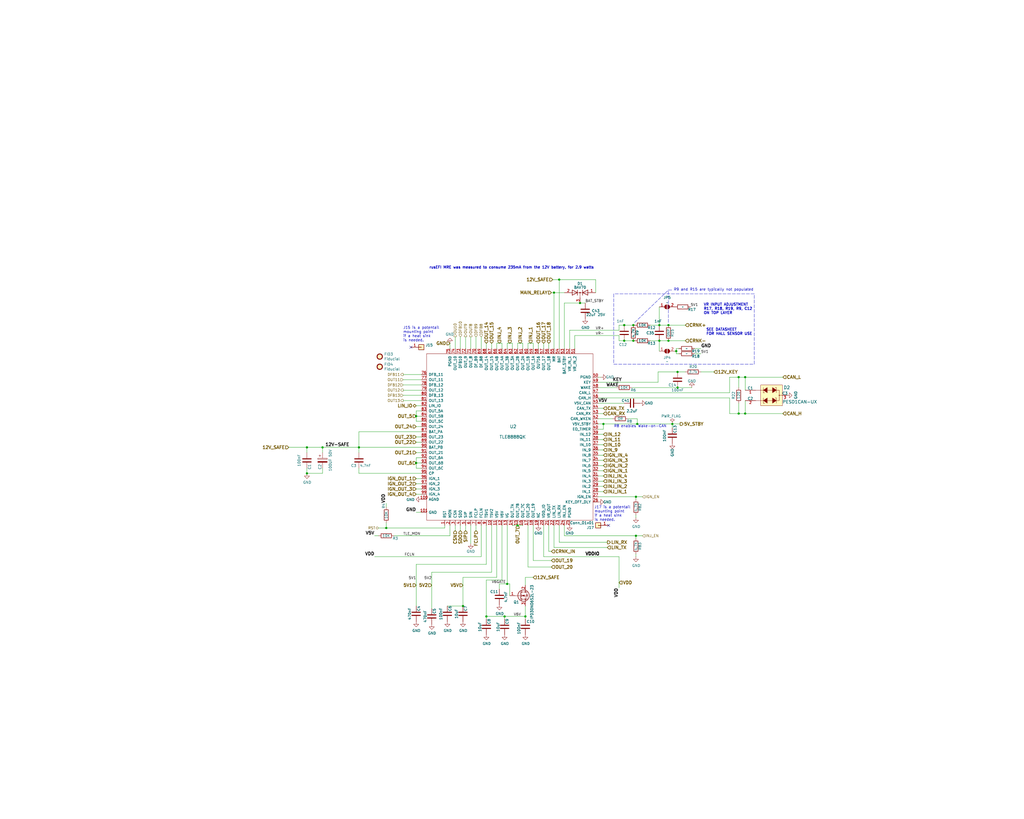
<source format=kicad_sch>
(kicad_sch (version 20211123) (generator eeschema)
  (paper "User" 499.999 399.999)
  (title_block (title "microRusEFI-2L") (date "2022-05-04") (rev "R0.6.1RC") (company "rusEFI.com") (comment 1 "Donald Becker") (comment 2 "AI6OD") (comment 3 "by JRD McLAREN"))
  (junction (at 321.945 166.37))
  (junction (at 363.855 184.15))
  (junction (at 326.39 166.37))
  (junction (at 256.54 300.99))
  (junction (at 309.245 158.75))
  (junction (at 203.2 203.2))
  (junction (at 330.2 171.45))
  (junction (at 360.68 184.15))
  (junction (at 157.48 218.44))
  (junction (at 294.64 207.01))
  (junction (at 247.65 285.115))
  (junction (at 188.595 257.81))
  (junction (at 283.21 147.955))
  (junction (at 326.39 158.75))
  (junction (at 304.8 166.37))
  (junction (at 226.06 295.91))
  (junction (at 330.835 181.61))
  (junction (at 246.38 300.99))
  (junction (at 203.2 226.06))
  (junction (at 149.86 218.44))
  (junction (at 311.15 207.01))
  (junction (at 360.68 201.93))
  (junction (at 304.8 158.75))
  (junction (at 273.05 136.525))
  (junction (at 175.26 218.44))
  (junction (at 310.515 261.62))
  (junction (at 310.515 242.57))
  (junction (at 237.49 300.99))
  (junction (at 330.835 189.23))
  (junction (at 270.51 142.875))
  (junction (at 321.945 158.75))
  (junction (at 309.245 166.37))
  (junction (at 149.86 231.14))
  (junction (at 252.73 256.54))
  (junction (at 328.295 207.01))
  (junction (at 363.855 201.93))
  (no_connect (at 200.66 169.545))
  (no_connect (at 297.18 256.54))
  (wire (pts (xy 205.74 185.42) (xy 196.85 185.42)))
  (wire (pts (xy 250.19 256.54) (xy 252.73 256.54)))
  (wire (pts (xy 232.41 256.54) (xy 232.41 259.08)))
  (wire (pts (xy 149.86 231.14) (xy 149.86 228.6)))
  (wire (pts (xy 224.79 256.54) (xy 224.79 259.08)))
  (wire (pts (xy 203.2 233.68) (xy 205.74 233.68)))
  (wire (pts (xy 270.51 170.18) (xy 270.51 142.875)))
  (wire (pts (xy 196.85 187.96) (xy 205.74 187.96)))
  (wire (pts (xy 267.97 167.64) (xy 267.97 170.18)))
  (wire (pts (xy 256.54 281.94) (xy 256.54 285.75)))
  (wire (pts (xy 205.74 198.12) (xy 203.2 198.12)))
  (wire (pts (xy 237.49 300.99) (xy 237.49 283.21)))
  (wire (pts (xy 203.2 236.22) (xy 205.74 236.22)))
  (wire (pts (xy 273.05 264.795) (xy 273.05 256.54)))
  (wire (pts (xy 237.49 283.21) (xy 245.11 283.21)))
  (wire (pts (xy 203.2 203.2) (xy 205.74 203.2)))
  (wire (pts (xy 217.17 256.54) (xy 217.17 257.81)))
  (wire (pts (xy 188.595 245.745) (xy 188.595 247.65)))
  (wire (pts (xy 363.855 201.93) (xy 363.855 195.58)))
  (wire (pts (xy 300.99 189.23) (xy 292.1 189.23)))
  (wire (pts (xy 203.2 275.59) (xy 203.2 295.91)))
  (wire (pts (xy 292.1 207.01) (xy 294.64 207.01)))
  (wire (pts (xy 360.68 201.93) (xy 363.855 201.93)))
  (wire (pts (xy 330.2 170.18) (xy 330.2 171.45)))
  (wire (pts (xy 270.51 142.875) (xy 269.24 142.875)))
  (wire (pts (xy 260.35 170.18) (xy 260.35 167.64)))
  (wire (pts (xy 205.74 250.19) (xy 203.2 250.19)))
  (wire (pts (xy 321.31 181.61) (xy 330.835 181.61)))
  (wire (pts (xy 205.74 228.6) (xy 203.2 228.6)))
  (wire (pts (xy 240.03 279.4) (xy 210.82 279.4)))
  (wire (pts (xy 203.2 223.52) (xy 205.74 223.52)))
  (wire (pts (xy 205.74 182.88) (xy 196.85 182.88)))
  (wire (pts (xy 245.11 170.18) (xy 245.11 167.64)))
  (wire (pts (xy 188.595 257.81) (xy 184.785 257.81)))
  (wire (pts (xy 311.15 204.47) (xy 311.15 207.01)))
  (wire (pts (xy 205.74 208.28) (xy 203.2 208.28)))
  (wire (pts (xy 205.74 193.04) (xy 196.85 193.04)))
  (wire (pts (xy 326.39 158.75) (xy 334.645 158.75)))
  (wire (pts (xy 308.61 189.23) (xy 330.835 189.23)))
  (wire (pts (xy 292.1 194.31) (xy 356.235 194.31)))
  (wire (pts (xy 203.2 238.76) (xy 205.74 238.76)))
  (wire (pts (xy 240.03 256.54) (xy 240.03 279.4)))
  (wire (pts (xy 227.33 256.54) (xy 227.33 259.08)))
  (wire (pts (xy 256.54 300.99) (xy 256.54 302.26)))
  (wire (pts (xy 265.43 167.64) (xy 265.43 170.18)))
  (polyline (pts (xy 309.88 157.48) (xy 326.39 141.605)))
  (wire (pts (xy 321.945 166.37) (xy 326.39 166.37)))
  (wire (pts (xy 245.11 167.64) (xy 242.57 167.64)))
  (wire (pts (xy 184.785 261.62) (xy 182.88 261.62)))
  (wire (pts (xy 257.81 256.54) (xy 257.81 276.86)))
  (wire (pts (xy 247.65 285.115) (xy 248.92 285.115)))
  (wire (pts (xy 175.26 231.14) (xy 175.26 228.6)))
  (wire (pts (xy 234.95 164.465) (xy 234.95 170.18)))
  (wire (pts (xy 309.245 158.75) (xy 309.88 158.75)))
  (wire (pts (xy 330.2 171.45) (xy 330.2 172.72)))
  (wire (pts (xy 203.2 228.6) (xy 203.2 226.06)))
  (wire (pts (xy 237.49 167.64) (xy 237.49 170.18)))
  (wire (pts (xy 196.85 190.5) (xy 205.74 190.5)))
  (wire (pts (xy 237.49 256.54) (xy 237.49 275.59)))
  (wire (pts (xy 140.97 218.44) (xy 149.86 218.44)))
  (wire (pts (xy 240.03 167.64) (xy 240.03 170.18)))
  (wire (pts (xy 203.2 215.9) (xy 205.74 215.9)))
  (wire (pts (xy 292.1 242.57) (xy 310.515 242.57)))
  (wire (pts (xy 292.1 229.87) (xy 294.64 229.87)))
  (wire (pts (xy 330.2 170.18) (xy 331.47 170.18)))
  (wire (pts (xy 304.8 158.75) (xy 309.245 158.75)))
  (wire (pts (xy 247.65 256.54) (xy 247.65 285.115)))
  (wire (pts (xy 257.81 276.86) (xy 269.24 276.86)))
  (wire (pts (xy 302.26 163.83) (xy 302.26 166.37)))
  (wire (pts (xy 267.97 256.54) (xy 267.97 269.24)))
  (wire (pts (xy 317.5 158.75) (xy 321.945 158.75)))
  (wire (pts (xy 250.19 170.18) (xy 250.19 167.64)))
  (wire (pts (xy 292.1 219.71) (xy 294.64 219.71)))
  (wire (pts (xy 242.57 167.64) (xy 242.57 170.18)))
  (wire (pts (xy 292.1 214.63) (xy 294.64 214.63)))
  (wire (pts (xy 328.295 207.01) (xy 332.105 207.01)))
  (wire (pts (xy 257.81 167.64) (xy 257.81 170.18)))
  (wire (pts (xy 256.54 281.94) (xy 260.35 281.94)))
  (wire (pts (xy 260.35 256.54) (xy 260.35 273.685)))
  (wire (pts (xy 226.06 281.94) (xy 242.57 281.94)))
  (wire (pts (xy 342.265 170.18) (xy 339.09 170.18)))
  (wire (pts (xy 262.89 167.64) (xy 262.89 170.18)))
  (wire (pts (xy 205.74 226.06) (xy 203.2 226.06)))
  (wire (pts (xy 246.38 302.26) (xy 246.38 300.99)))
  (wire (pts (xy 242.57 256.54) (xy 242.57 281.94)))
  (wire (pts (xy 218.44 295.91) (xy 226.06 295.91)))
  (polyline (pts (xy 326.39 157.48) (xy 326.39 141.605)))
  (wire (pts (xy 219.71 170.18) (xy 219.71 167.64)))
  (wire (pts (xy 292.1 201.93) (xy 294.64 201.93)))
  (wire (pts (xy 283.21 147.955) (xy 285.75 147.955)))
  (wire (pts (xy 292.1 237.49) (xy 294.64 237.49)))
  (wire (pts (xy 363.855 184.15) (xy 363.855 190.5)))
  (wire (pts (xy 278.13 161.29) (xy 302.26 161.29)))
  (wire (pts (xy 310.515 262.89) (xy 310.515 261.62)))
  (wire (pts (xy 278.13 161.29) (xy 278.13 170.18)))
  (wire (pts (xy 219.71 256.54) (xy 219.71 261.62)))
  (wire (pts (xy 317.5 166.37) (xy 321.945 166.37)))
  (wire (pts (xy 309.245 166.37) (xy 309.88 166.37)))
  (wire (pts (xy 290.83 136.525) (xy 273.05 136.525)))
  (wire (pts (xy 175.26 218.44) (xy 175.26 210.82)))
  (wire (pts (xy 237.49 300.99) (xy 237.49 302.26)))
  (wire (pts (xy 246.38 300.99) (xy 256.54 300.99)))
  (wire (pts (xy 321.945 166.37) (xy 321.945 171.45)))
  (wire (pts (xy 229.87 164.465) (xy 229.87 170.18)))
  (wire (pts (xy 175.26 231.14) (xy 205.74 231.14)))
  (wire (pts (xy 205.74 205.74) (xy 203.2 205.74)))
  (wire (pts (xy 328.295 208.915) (xy 328.295 207.01)))
  (wire (pts (xy 234.95 256.54) (xy 234.95 271.78)))
  (wire (pts (xy 356.235 194.31) (xy 356.235 201.93)))
  (wire (pts (xy 356.235 184.15) (xy 356.235 191.77)))
  (wire (pts (xy 360.68 196.85) (xy 360.68 201.93)))
  (wire (pts (xy 310.515 242.57) (xy 313.69 242.57)))
  (wire (pts (xy 222.25 256.54) (xy 222.25 259.08)))
  (wire (pts (xy 292.1 199.39) (xy 294.64 199.39)))
  (wire (pts (xy 292.1 240.03) (xy 294.64 240.03)))
  (wire (pts (xy 226.06 295.91) (xy 226.06 281.94)))
  (wire (pts (xy 292.1 186.69) (xy 321.31 186.69)))
  (wire (pts (xy 175.26 218.44) (xy 175.26 220.98)))
  (wire (pts (xy 245.11 256.54) (xy 245.11 283.21)))
  (polyline (pts (xy 368.3 143.51) (xy 299.72 143.51)))
  (wire (pts (xy 149.86 218.44) (xy 157.48 218.44)))
  (wire (pts (xy 192.405 261.62) (xy 219.71 261.62)))
  (wire (pts (xy 203.2 205.74) (xy 203.2 203.2)))
  (wire (pts (xy 292.1 209.55) (xy 294.64 209.55)))
  (wire (pts (xy 203.2 241.3) (xy 205.74 241.3)))
  (wire (pts (xy 275.59 147.955) (xy 275.59 170.18)))
  (wire (pts (xy 360.68 189.23) (xy 360.68 184.15)))
  (wire (pts (xy 255.27 167.64) (xy 252.73 167.64)))
  (wire (pts (xy 321.945 158.75) (xy 326.39 158.75)))
  (wire (pts (xy 310.515 261.62) (xy 313.69 261.62)))
  (wire (pts (xy 292.1 222.25) (xy 294.64 222.25)))
  (wire (pts (xy 275.59 256.54) (xy 275.59 261.62)))
  (wire (pts (xy 292.1 184.15) (xy 293.37 184.15)))
  (wire (pts (xy 360.68 184.15) (xy 363.855 184.15)))
  (wire (pts (xy 252.73 256.54) (xy 255.27 256.54)))
  (wire (pts (xy 384.175 193.04) (xy 384.556 193.04)))
  (wire (pts (xy 232.41 164.465) (xy 232.41 170.18)))
  (wire (pts (xy 356.235 201.93) (xy 360.68 201.93)))
  (wire (pts (xy 292.1 217.17) (xy 294.64 217.17)))
  (wire (pts (xy 302.26 158.75) (xy 304.8 158.75)))
  (wire (pts (xy 321.31 186.69) (xy 321.31 181.61)))
  (wire (pts (xy 157.48 231.14) (xy 149.86 231.14)))
  (wire (pts (xy 292.1 234.95) (xy 294.64 234.95)))
  (wire (pts (xy 224.79 164.465) (xy 224.79 170.18)))
  (wire (pts (xy 311.15 207.01) (xy 328.295 207.01)))
  (wire (pts (xy 275.59 147.955) (xy 283.21 147.955)))
  (wire (pts (xy 205.74 218.44) (xy 175.26 218.44)))
  (wire (pts (xy 196.85 195.58) (xy 205.74 195.58)))
  (wire (pts (xy 248.92 285.115) (xy 248.92 290.83)))
  (wire (pts (xy 292.1 224.79) (xy 294.64 224.79)))
  (wire (pts (xy 302.26 166.37) (xy 304.8 166.37)))
  (wire (pts (xy 175.26 210.82) (xy 205.74 210.82)))
  (wire (pts (xy 330.835 189.23) (xy 337.82 189.23)))
  (wire (pts (xy 292.1 212.09) (xy 294.64 212.09)))
  (wire (pts (xy 292.1 204.47) (xy 299.085 204.47)))
  (wire (pts (xy 203.2 226.06) (xy 203.2 223.52)))
  (polyline (pts (xy 299.72 143.51) (xy 299.72 177.8)))
  (wire (pts (xy 329.565 171.45) (xy 330.2 171.45)))
  (wire (pts (xy 203.2 220.98) (xy 205.74 220.98)))
  (wire (pts (xy 292.1 196.85) (xy 304.8 196.85)))
  (wire (pts (xy 310.515 252.73) (xy 310.515 251.46)))
  (wire (pts (xy 330.835 181.61) (xy 334.645 181.61)))
  (wire (pts (xy 157.48 220.98) (xy 157.48 218.44)))
  (wire (pts (xy 265.43 256.54) (xy 265.43 271.78)))
  (wire (pts (xy 310.515 243.84) (xy 310.515 242.57)))
  (wire (pts (xy 280.67 163.83) (xy 280.67 170.18)))
  (wire (pts (xy 270.51 256.54) (xy 270.51 267.335)))
  (wire (pts (xy 273.05 136.525) (xy 273.05 170.18)))
  (wire (pts (xy 292.1 227.33) (xy 294.64 227.33)))
  (wire (pts (xy 321.945 149.86) (xy 321.945 158.75)))
  (wire (pts (xy 270.51 142.875) (xy 275.59 142.875)))
  (wire (pts (xy 149.86 220.98) (xy 149.86 218.44)))
  (wire (pts (xy 217.17 257.81) (xy 188.595 257.81)))
  (wire (pts (xy 330.2 172.72) (xy 331.47 172.72)))
  (wire (pts (xy 260.35 167.64) (xy 257.81 167.64)))
  (wire (pts (xy 326.39 166.37) (xy 334.645 166.37)))
  (wire (pts (xy 363.855 201.93) (xy 382.27 201.93)))
  (wire (pts (xy 250.19 167.64) (xy 247.65 167.64)))
  (polyline (pts (xy 299.72 177.8) (xy 368.3 177.8)))
  (wire (pts (xy 292.1 232.41) (xy 294.64 232.41)))
  (wire (pts (xy 290.83 142.875) (xy 290.83 136.525)))
  (wire (pts (xy 294.64 209.55) (xy 294.64 207.01)))
  (wire (pts (xy 294.64 207.01) (xy 311.15 207.01)))
  (wire (pts (xy 203.2 200.66) (xy 203.2 203.2)))
  (wire (pts (xy 273.05 264.795) (xy 296.545 264.795)))
  (wire (pts (xy 157.48 228.6) (xy 157.48 231.14)))
  (wire (pts (xy 270.51 267.335) (xy 296.545 267.335)))
  (wire (pts (xy 265.43 271.78) (xy 302.26 271.78)))
  (wire (pts (xy 302.26 271.78) (xy 302.26 287.02)))
  (wire (pts (xy 205.74 200.66) (xy 203.2 200.66)))
  (wire (pts (xy 342.265 172.72) (xy 339.09 172.72)))
  (wire (pts (xy 363.855 184.15) (xy 382.27 184.15)))
  (polyline (pts (xy 326.39 141.605) (xy 328.295 141.605)))
  (wire (pts (xy 302.26 161.29) (xy 302.26 158.75)))
  (wire (pts (xy 210.82 297.18) (xy 210.82 279.4)))
  (wire (pts (xy 306.705 204.47) (xy 311.15 204.47)))
  (wire (pts (xy 182.88 271.78) (xy 234.95 271.78)))
  (wire (pts (xy 227.33 164.465) (xy 227.33 170.18)))
  (wire (pts (xy 175.26 218.44) (xy 157.48 218.44)))
  (wire (pts (xy 342.265 181.61) (xy 348.615 181.61)))
  (wire (pts (xy 203.2 213.36) (xy 205.74 213.36)))
  (wire (pts (xy 203.2 275.59) (xy 237.49 275.59)))
  (wire (pts (xy 273.05 136.525) (xy 269.875 136.525)))
  (polyline (pts (xy 368.3 177.8) (xy 368.3 143.51)))
  (wire (pts (xy 255.27 170.18) (xy 255.27 167.64)))
  (wire (pts (xy 310.515 271.78) (xy 310.515 270.51)))
  (wire (pts (xy 243.84 285.115) (xy 247.65 285.115)))
  (wire (pts (xy 229.87 256.54) (xy 229.87 265.43)))
  (wire (pts (xy 222.25 164.465) (xy 222.25 170.18)))
  (wire (pts (xy 247.65 167.64) (xy 247.65 170.18)))
  (wire (pts (xy 237.49 300.99) (xy 246.38 300.99)))
  (wire (pts (xy 267.97 269.24) (xy 269.24 269.24)))
  (wire (pts (xy 304.8 166.37) (xy 309.245 166.37)))
  (wire (pts (xy 256.54 295.91) (xy 256.54 300.99)))
  (wire (pts (xy 275.59 261.62) (xy 310.515 261.62)))
  (wire (pts (xy 243.84 287.655) (xy 243.84 285.115)))
  (wire (pts (xy 252.73 167.64) (xy 252.73 170.18)))
  (wire (pts (xy 356.235 184.15) (xy 360.68 184.15)))
  (wire (pts (xy 292.1 191.77) (xy 356.235 191.77)))
  (wire (pts (xy 280.67 163.83) (xy 302.26 163.83)))
  (wire (pts (xy 260.35 273.685) (xy 269.24 273.685)))
  (wire (pts (xy 188.595 255.27) (xy 188.595 257.81)))
  (text "J15 is a potentail \nmounting point \nif a heat sink \nis needed. " (at 196.85 167.005 0) (effects (font (size 1.27 1.27)) (justify left bottom)))
  (text "rusEFI MRE was measured to consume 235mA from the 12V battery, for 2.9 watts" (at 209.55 131.445 0) (effects (font (size 1.27 1.27) (thickness 0.254) bold) (justify left bottom)))
  (text "J17 is a potentail \nmounting point \nif a heat sink \nis needed. " (at 290.195 254.635 0) (effects (font (size 1.27 1.27)) (justify left bottom)))
  (text "R8 enables Wake-on-CAN" (at 299.72 208.915 0) (effects (font (size 1.27 1.27)) (justify left bottom)))
  (text "R9 and R15 are typically not populated" (at 328.93 142.24 0) (effects (font (size 1.27 1.27)) (justify left bottom)))
  (text "VR INPUT ADJUSTMENT\nR17, R18, R19, R9, C12\nON TOP LAYER" (at 343.535 153.67 0) (effects (font (size 1.27 1.27) (thickness 0.254) bold) (justify left bottom)))
  (text "SEE DATASHEET \nFOR HALL SENSOR USE" (at 344.805 163.83 0) (effects (font (size 1.27 1.27) (thickness 0.254) bold) (justify left bottom)))
  (label "5V1" (at 337.185 149.86 0))
  (label "V6GATE" (at 247.015 285.115 180))
  (label "FCLN" (at 197.485 271.78 0))
  (label "V5V" (at 182.88 261.62 180) (effects (font (size 1.524 1.524) (thickness 0.3048) bold)))
  (label "5V1" (at 203.2 283.21 180))
  (label "GND" (at 203.2 250.19 180) (effects (font (size 1.524 1.524) (thickness 0.3048) bold)))
  (label "V5V" (at 292.1 196.85 0) (effects (font (size 1.524 1.524) (thickness 0.3048) bold)))
  (label "VDD" (at 302.26 287.02 270) (effects (font (size 1.524 1.524) (thickness 0.3048) bold)))
  (label "VDDIO" (at 285.75 271.78 0) (effects (font (size 1.524 1.524) (thickness 0.3048) bold)))
  (label "TLE_MON" (at 196.85 261.62 0))
  (label "VDDIO" (at 285.75 271.78 0) (effects (font (size 1.524 1.524) (thickness 0.3048) bold)))
  (label "VDD" (at 188.595 245.745 90) (effects (font (size 1.524 1.524) (thickness 0.3048) bold)))
  (label "5V2" (at 210.82 283.21 180))
  (label "VR-" (at 290.83 163.83 0))
  (label "5V1" (at 342.265 172.72 0))
  (label "V6V" (at 250.825 300.99 0))
  (label "KEY" (at 299.085 186.69 0) (effects (font (size 1.524 1.524) (thickness 0.3048) bold)))
  (label "WAKE" (at 295.91 189.23 0) (effects (font (size 1.524 1.524) (thickness 0.3048) bold)))
  (label "12V-SAFE" (at 158.75 218.44 0) (effects (font (size 1.524 1.524) (thickness 0.3048) bold)))
  (label "VDD" (at 182.88 271.78 180) (effects (font (size 1.524 1.524) (thickness 0.3048) bold)))
  (label "GND" (at 342.265 170.18 0) (effects (font (size 1.524 1.524) (thickness 0.3048) bold)))
  (label "VR+" (at 290.83 161.29 0))
  (label "BAT_STBY" (at 285.75 147.955 0))
  (hierarchical_label "5V2" (shape input) (at 210.82 285.75 180) (effects (font (size 1.524 1.524) (thickness 0.3048) bold)))
  (hierarchical_label "DFB13" (shape input) (at 196.85 193.04 180))
  (hierarchical_label "IGN_IN_2" (shape input) (at 294.64 227.33 0) (effects (font (size 1.524 1.524) (thickness 0.3048) bold)))
  (hierarchical_label "5V1" (shape input) (at 203.2 285.75 180) (effects (font (size 1.524 1.524) (thickness 0.3048) bold)))
  (hierarchical_label "IGN_OUT_3" (shape input) (at 203.2 238.76 180) (effects (font (size 1.524 1.524) (thickness 0.3048) bold)))
  (hierarchical_label "OUT8" (shape output) (at 229.87 164.465 90))
  (hierarchical_label "OUT_5" (shape input) (at 203.2 203.2 180) (effects (font (size 1.524 1.524) (thickness 0.3048) bold)))
  (hierarchical_label "SIP" (shape input) (at 227.33 259.08 270) (effects (font (size 1.524 1.524) (thickness 0.3048) bold)))
  (hierarchical_label "INJ_EN" (shape input) (at 313.69 261.62 0))
  (hierarchical_label "5V_STBY" (shape output) (at 332.105 207.01 0) (effects (font (size 1.524 1.524) (thickness 0.3048) bold)))
  (hierarchical_label "GND" (shape input) (at 219.71 167.64 180) (effects (font (size 1.524 1.524) (thickness 0.3048) bold)))
  (hierarchical_label "OUT_14" (shape input) (at 237.49 167.64 90) (effects (font (size 1.524 1.524) (thickness 0.3048) bold)))
  (hierarchical_label "IGN_OUT_2" (shape input) (at 203.2 236.22 180) (effects (font (size 1.524 1.524) (thickness 0.3048) bold)))
  (hierarchical_label "OUT9" (shape output) (at 227.33 164.465 90))
  (hierarchical_label "IGN_EN" (shape input) (at 313.69 242.57 0))
  (hierarchical_label "OUT_17" (shape input) (at 265.43 167.64 90) (effects (font (size 1.524 1.524) (thickness 0.3048) bold)))
  (hierarchical_label "IGN_IN_1" (shape input) (at 294.64 229.87 0) (effects (font (size 1.524 1.524) (thickness 0.3048) bold)))
  (hierarchical_label "IGN_IN_4" (shape input) (at 294.64 222.25 0) (effects (font (size 1.524 1.524) (thickness 0.3048) bold)))
  (hierarchical_label "OUT_19" (shape input) (at 269.24 273.685 0) (effects (font (size 1.524 1.524) (thickness 0.3048) bold)))
  (hierarchical_label "CRNK+" (shape input) (at 334.645 158.75 0) (effects (font (size 1.524 1.524) (thickness 0.3048) bold)))
  (hierarchical_label "CAN_L" (shape input) (at 382.27 184.15 0) (effects (font (size 1.524 1.524) (thickness 0.3048) bold)))
  (hierarchical_label "INJ_2" (shape input) (at 254 167.64 90) (effects (font (size 1.524 1.524) (thickness 0.3048) bold)))
  (hierarchical_label "OUT_6" (shape input) (at 203.2 226.06 180) (effects (font (size 1.524 1.524) (thickness 0.3048) bold)))
  (hierarchical_label "CAN_RX" (shape input) (at 294.64 201.93 0) (effects (font (size 1.524 1.524) (thickness 0.3048) bold)))
  (hierarchical_label "OUT_23" (shape input) (at 203.2 213.36 180) (effects (font (size 1.524 1.524) (thickness 0.3048) bold)))
  (hierarchical_label "INJ_1" (shape input) (at 259.08 167.64 90) (effects (font (size 1.524 1.524) (thickness 0.3048) bold)))
  (hierarchical_label "OUT_20" (shape input) (at 269.24 276.86 0) (effects (font (size 1.524 1.524) (thickness 0.3048) bold)))
  (hierarchical_label "INJ_IN_1" (shape input) (at 294.64 240.03 0) (effects (font (size 1.524 1.524) (thickness 0.3048) bold)))
  (hierarchical_label "IN_11" (shape input) (at 294.64 214.63 0) (effects (font (size 1.524 1.524) (thickness 0.3048) bold)))
  (hierarchical_label "CRNK-" (shape input) (at 334.645 166.37 0) (effects (font (size 1.524 1.524) (thickness 0.3048) bold)))
  (hierarchical_label "OUT_15" (shape input) (at 240.03 167.64 90) (effects (font (size 1.524 1.524) (thickness 0.3048) bold)))
  (hierarchical_label "DFB11" (shape output) (at 196.85 182.88 180))
  (hierarchical_label "OU10" (shape output) (at 222.25 164.465 90))
  (hierarchical_label "LIN_IO" (shape bidirectional) (at 203.2 198.12 180) (effects (font (size 1.524 1.524) (thickness 0.3048) bold)))
  (hierarchical_label "12V_SAFE" (shape input) (at 269.875 136.525 180) (effects (font (size 1.524 1.524) (thickness 0.3048) bold)))
  (hierarchical_label "LIN_RX" (shape output) (at 296.545 264.795 0) (effects (font (size 1.524 1.524) (thickness 0.3048) bold)))
  (hierarchical_label "INJ_4" (shape input) (at 243.84 167.64 90) (effects (font (size 1.524 1.524) (thickness 0.3048) bold)))
  (hierarchical_label "IGN_IN_3" (shape input) (at 294.64 224.79 0) (effects (font (size 1.524 1.524) (thickness 0.3048) bold)))
  (hierarchical_label "DFB12" (shape input) (at 196.85 187.96 180))
  (hierarchical_label "OUT_16" (shape input) (at 262.89 167.64 90) (effects (font (size 1.524 1.524) (thickness 0.3048) bold)))
  (hierarchical_label "DFB8" (shape input) (at 234.95 164.465 90))
  (hierarchical_label "FCLP" (shape input) (at 232.41 259.08 270) (effects (font (size 1.524 1.524) (thickness 0.3048) bold)))
  (hierarchical_label "IN_12" (shape input) (at 294.64 212.09 0) (effects (font (size 1.524 1.524) (thickness 0.3048) bold)))
  (hierarchical_label "VDD" (shape input) (at 302.26 284.48 0) (effects (font (size 1.524 1.524) (thickness 0.3048) bold)))
  (hierarchical_label "INJ_IN_3" (shape input) (at 294.64 234.95 0) (effects (font (size 1.524 1.524) (thickness 0.3048) bold)))
  (hierarchical_label "OUT11" (shape input) (at 196.85 185.42 180))
  (hierarchical_label "OUT_24" (shape input) (at 203.2 208.28 180) (effects (font (size 1.524 1.524) (thickness 0.3048) bold)))
  (hierarchical_label "INJ_3" (shape input) (at 248.92 167.64 90) (effects (font (size 1.524 1.524) (thickness 0.3048) bold)))
  (hierarchical_label "MAIN_RELAY" (shape input) (at 269.24 142.875 180) (effects (font (size 1.524 1.524) (thickness 0.3048) bold)))
  (hierarchical_label "IGN_OUT_4" (shape input) (at 203.2 241.3 180) (effects (font (size 1.524 1.524) (thickness 0.3048) bold)))
  (hierarchical_label "OUT_18" (shape input) (at 267.97 167.64 90) (effects (font (size 1.524 1.524) (thickness 0.3048) bold)))
  (hierarchical_label "OUT_7" (shape input) (at 252.73 256.54 270) (effects (font (size 1.524 1.524) (thickness 0.3048) bold)))
  (hierarchical_label "CAN_H" (shape input) (at 382.27 201.93 0) (effects (font (size 1.524 1.524) (thickness 0.3048) bold)))
  (hierarchical_label "SDO" (shape input) (at 224.79 259.08 270) (effects (font (size 1.524 1.524) (thickness 0.3048) bold)))
  (hierarchical_label "OUT_21" (shape input) (at 203.2 220.98 180) (effects (font (size 1.524 1.524) (thickness 0.3048) bold)))
  (hierarchical_label "INJ_IN_4" (shape input) (at 294.64 232.41 0) (effects (font (size 1.524 1.524) (thickness 0.3048) bold)))
  (hierarchical_label "LIN_TX" (shape input) (at 296.545 267.335 0) (effects (font (size 1.524 1.524) (thickness 0.3048) bold)))
  (hierarchical_label "RST" (shape bidirectional) (at 184.785 257.81 180))
  (hierarchical_label "IN_10" (shape input) (at 294.64 217.17 0) (effects (font (size 1.524 1.524) (thickness 0.3048) bold)))
  (hierarchical_label "OUT_22" (shape input) (at 203.2 215.9 180) (effects (font (size 1.524 1.524) (thickness 0.3048) bold)))
  (hierarchical_label "CSN" (shape input) (at 222.25 259.08 270) (effects (font (size 1.524 1.524) (thickness 0.3048) bold)))
  (hierarchical_label "OUT13" (shape output) (at 196.85 195.58 180))
  (hierarchical_label "12V_SAFE" (shape input) (at 140.97 218.44 180) (effects (font (size 1.524 1.524) (thickness 0.3048) bold)))
  (hierarchical_label "CAN_TX" (shape input) (at 294.64 199.39 0) (effects (font (size 1.524 1.524) (thickness 0.3048) bold)))
  (hierarchical_label "DFB10" (shape input) (at 224.79 164.465 90))
  (hierarchical_label "CRNK_IN" (shape input) (at 269.24 269.24 0) (effects (font (size 1.524 1.524) (thickness 0.3048) bold)))
  (hierarchical_label "12V_SAFE" (shape input) (at 260.35 281.94 0) (effects (font (size 1.524 1.524) (thickness 0.3048) bold)))
  (hierarchical_label "IGN_OUT_1" (shape input) (at 203.2 233.68 180) (effects (font (size 1.524 1.524) (thickness 0.3048) bold)))
  (hierarchical_label "V5V" (shape input) (at 226.06 285.75 180) (effects (font (size 1.524 1.524) (thickness 0.3048) bold)))
  (hierarchical_label "INJ_IN_2" (shape input) (at 294.64 237.49 0) (effects (font (size 1.524 1.524) (thickness 0.3048) bold)))
  (hierarchical_label "DFB9" (shape input) (at 232.41 164.465 90))
  (hierarchical_label "12V_KEY" (shape input) (at 348.615 181.61 0) (effects (font (size 1.524 1.524) (thickness 0.3048) bold)))
  (hierarchical_label "IN_9" (shape input) (at 294.64 219.71 0) (effects (font (size 1.524 1.524) (thickness 0.3048) bold)))
  (hierarchical_label "OUT12" (shape output) (at 196.85 190.5 180))
  (symbol (lib_id "rusefi_tle8888:TLE8888QK") (at 257.81 176.53 0) (unit 1)
    (property "Reference" "U2" (at 248.92 208.28 0) (effects (font (size 1.524 1.524)) (justify left)))
    (property "Value" "TLE8888QK" (at 243.84 213.36 0) (effects (font (size 1.524 1.524)) (justify left)))
    (property "Footprint" "Package_QFP:LQFP-100_14x14mm_P0.5mm_THERMAL" (effects hide))
    (property "VEND" "DIGI" (effects hide))
    (property "Part #" "TLE88882QKXUMA1" (effects hide))
    (property "VEND#" "TLE88882QKXUMA1-ND" (effects hide))
    (property "Manufacturer" "Infineon " (effects hide))
  )
  (symbol (lib_id "Device:C") (at 175.26 224.79 0) (unit 1)
    (property "Reference" "C3" (at 172.72 227.33 0))
    (property "Value" "4.7nF" (at 178.435 227.33 0))
    (property "Footprint" "Capacitor_SMD:C_0603_1608Metric" (effects hide))
    (property "VEND" "DIGI" (effects hide))
    (property "Part #" "CGA3E2X7R1H472K080AA" (effects hide))
    (property "VEND#" "445-5661-1-ND" (effects hide))
    (property "Manufacturer" "TDK" (effects hide))
    (property "LCSC" "C53987" (effects hide))
  )
  (symbol (lib_id "Transistor_FET:BUZ11") (at 254 290.83 0) (unit 1)
    (property "Reference" "Q1" (at 252.095 294.005 0))
    (property "Value" "IPD30N06S2L-23" (at 259.715 294.005 90))
    (property "Footprint" "Package_TO_SOT_SMD:TO-252-2" (effects hide))
    (property "Datasheet" "http://www.fairchildsemi.com/ds/BU/BUZ11.pdf" (effects hide))
    (property "VEND" "DIGI" (effects hide))
    (property "Manufacturer" "INFINEON" (effects hide))
    (property "Part #" "IPD30N06S2L23AT3" (effects hide))
    (property "VEND#" "IPD30N06S2L23ATMA3CT-ND" (effects hide))
    (property "LCSC" "C3010" (effects hide))
  )
  (symbol (lib_id "Device:C") (at 256.54 306.07 0) (unit 1)
    (property "Reference" "C10" (at 259.08 303.53 0))
    (property "Value" "100nF" (at 253.365 306.705 90))
    (property "Footprint" "Capacitor_SMD:C_0603_1608Metric" (effects hide))
    (property "Part #" "C0603C104J5RACTU" (effects hide))
    (property "VEND" "DIGI" (effects hide))
    (property "VEND#" "399-7844-1-ND" (effects hide))
    (property "Manufacturer" "KEMET" (effects hide))
    (property "LCSC" "C14663" (effects hide))
  )
  (symbol (lib_id "power:GND") (at 243.84 295.275 0) (unit 1)
    (property "Reference" "#PWR015" (effects hide))
    (property "Value" "GND" (at 243.967 299.6692 0))
  )
  (symbol (lib_id "Device:CP") (at 157.48 224.79 0) (unit 1)
    (property "Reference" "C2" (at 156.21 227.965 90))
    (property "Value" "100UF 50V" (at 161.29 224.79 90))
    (property "Footprint" "Capacitor_SMD:CP_Elec_8x10.5" (effects hide))
    (property "Manufacturer" "NICHICON" (effects hide))
    (property "Part #" "UCD1H101MNL1GS" (effects hide))
    (property "VEND" "DIGI" (effects hide))
    (property "VEND#" "493-6388-1-ND" (effects hide))
    (property "LCSC" "C134515" (effects hide))
  )
  (symbol (lib_id "Device:C") (at 149.86 224.79 0) (unit 1)
    (property "Reference" "C1" (at 151.13 227.965 90))
    (property "Value" "100nF" (at 146.05 224.79 90))
    (property "Footprint" "Capacitor_SMD:C_0603_1608Metric" (effects hide))
    (property "Part #" "C0603C104J5RACTU" (effects hide))
    (property "VEND" "DIGI" (effects hide))
    (property "VEND#" "399-7844-1-ND" (effects hide))
    (property "Manufacturer" "KEMET" (effects hide))
    (property "LCSC" "C14663" (effects hide))
  )
  (symbol (lib_id "power:GND") (at 149.86 231.14 0) (unit 1)
    (property "Reference" "#PWR01" (effects hide))
    (property "Value" "GND" (at 149.987 235.5342 0))
  )
  (symbol (lib_id "Device:C") (at 243.84 291.465 0) (unit 1)
    (property "Reference" "C11" (at 241.3 288.925 0))
    (property "Value" "4.7nF" (at 247.015 291.465 90))
    (property "Footprint" "Capacitor_SMD:C_0603_1608Metric" (effects hide))
    (property "VEND" "DIGI" (effects hide))
    (property "Part #" "CGA3E2X7R1H472K080AA" (effects hide))
    (property "VEND#" "445-5661-1-ND" (effects hide))
    (property "Manufacturer" "TDK" (effects hide))
    (property "LCSC" "C53987" (effects hide))
  )
  (symbol (lib_id "Device:C") (at 203.2 299.72 0) (unit 1)
    (property "Reference" "C4" (at 204.47 298.45 90) (effects (justify left)))
    (property "Value" "470nF" (at 200.025 299.72 90))
    (property "Footprint" "Capacitor_SMD:C_0603_1608Metric" (effects hide))
    (property "Part #" "CGA3E3X7R1H474K080AE" (effects hide))
    (property "VEND" "DIGI" (effects hide))
    (property "VEND#" "445-172475-1-ND" (effects hide))
    (property "Manufacturer" "TDK" (effects hide))
    (property "LCSC" "C1623" (effects hide))
  )
  (symbol (lib_id "Device:C") (at 218.44 299.72 0) (unit 1)
    (property "Reference" "C6" (at 219.71 298.45 90) (effects (justify left)))
    (property "Value" "100nF" (at 215.265 299.72 90))
    (property "Footprint" "Capacitor_SMD:C_0603_1608Metric" (effects hide))
    (property "Part #" "C0603C104J5RACTU" (effects hide))
    (property "VEND" "DIGI" (effects hide))
    (property "VEND#" "399-7844-1-ND" (effects hide))
    (property "Manufacturer" "KEMET" (effects hide))
    (property "LCSC" "C14663" (effects hide))
  )
  (symbol (lib_id "Device:C") (at 210.82 300.99 0) (unit 1)
    (property "Reference" "C5" (at 212.09 299.72 90) (effects (justify left)))
    (property "Value" "470nF" (at 207.645 300.99 90))
    (property "Footprint" "Capacitor_SMD:C_0603_1608Metric" (effects hide))
    (property "Part #" "CGA3E3X7R1H474K080AE" (effects hide))
    (property "VEND" "DIGI" (effects hide))
    (property "VEND#" "445-172475-1-ND" (effects hide))
    (property "Manufacturer" "TDK" (effects hide))
    (property "LCSC" "C1623" (effects hide))
  )
  (symbol (lib_id "Device:C") (at 226.06 299.72 0) (unit 1)
    (property "Reference" "C7" (at 227.33 298.45 90) (effects (justify left)))
    (property "Value" "10uF" (at 222.885 299.72 90))
    (property "Footprint" "Capacitor_SMD:C_0603_1608Metric" (effects hide))
    (property "Part #" "C1608X5R1E106M080AC" (effects hide))
    (property "VEND" "DIGI" (effects hide))
    (property "VEND#" "445-9015-1-ND" (effects hide))
    (property "Manufacturer" "TDK" (effects hide))
    (property "LCSC" "C19702" (effects hide))
  )
  (symbol (lib_id "power:GND") (at 278.13 256.54 0) (unit 1)
    (property "Reference" "#PWR014" (effects hide))
    (property "Value" "GND" (at 278.13 260.35 0))
  )
  (symbol (lib_id "Device:C") (at 328.295 212.725 0) (unit 1)
    (property "Reference" "C13" (at 329.565 209.55 90))
    (property "Value" "100nF" (at 324.485 212.725 90))
    (property "Footprint" "Capacitor_SMD:C_0603_1608Metric" (effects hide))
    (property "Part #" "C0603C104J5RACTU" (effects hide))
    (property "VEND" "DIGI" (effects hide))
    (property "VEND#" "399-7844-1-ND" (effects hide))
    (property "Manufacturer" "KEMET" (effects hide))
    (property "LCSC" "C14663" (effects hide))
  )
  (symbol (lib_id "power:GND") (at 262.89 256.54 0) (unit 1)
    (property "Reference" "#PWR012" (effects hide))
    (property "Value" "GND" (at 262.89 260.35 0))
  )
  (symbol (lib_id "power:GND") (at 229.87 265.43 0) (unit 1)
    (property "Reference" "#PWR08" (effects hide))
    (property "Value" "GND" (at 229.87 269.24 0))
  )
  (symbol (lib_id "power:GND") (at 256.54 309.88 0) (unit 1)
    (property "Reference" "#PWR011" (effects hide))
    (property "Value" "GND" (at 256.667 314.2742 0))
  )
  (symbol (lib_id "power:GND") (at 246.38 309.88 0) (unit 1)
    (property "Reference" "#PWR010" (effects hide))
    (property "Value" "GND" (at 246.507 314.2742 0))
  )
  (symbol (lib_id "power:GND") (at 237.49 309.88 0) (unit 1)
    (property "Reference" "#PWR09" (effects hide))
    (property "Value" "GND" (at 237.617 314.2742 0))
  )
  (symbol (lib_id "power:GND") (at 226.06 303.53 0) (unit 1)
    (property "Reference" "#PWR07" (effects hide))
    (property "Value" "GND" (at 226.187 307.9242 0))
  )
  (symbol (lib_id "power:GND") (at 218.44 303.53 0) (unit 1)
    (property "Reference" "#PWR05" (effects hide))
    (property "Value" "GND" (at 218.567 307.9242 0))
  )
  (symbol (lib_id "power:GND") (at 210.82 304.8 0) (unit 1)
    (property "Reference" "#PWR04" (effects hide))
    (property "Value" "GND" (at 210.947 309.1942 0))
  )
  (symbol (lib_id "power:GND") (at 203.2 303.53 0) (unit 1)
    (property "Reference" "#PWR02" (effects hide))
    (property "Value" "GND" (at 203.327 307.9242 0))
  )
  (symbol (lib_id "power:GND") (at 328.295 216.535 0) (unit 1)
    (property "Reference" "#PWR020" (effects hide))
    (property "Value" "GND" (at 328.295 220.98 90))
  )
  (symbol (lib_id "power:GND") (at 337.82 189.23 180) (unit 1)
    (property "Reference" "#PWR021" (effects hide))
    (property "Value" "GND" (at 337.82 186.055 0))
  )
  (symbol (lib_id "Device:C") (at 304.8 162.56 0) (unit 1)
    (property "Reference" "C12" (at 304.165 168.275 0))
    (property "Value" "1nF" (at 302.895 156.845 0))
    (property "Footprint" "Capacitor_SMD:C_0603_1608Metric" (effects hide))
    (property "Part #" "GRM1885C1H102FA01D" (effects hide))
    (property "VEND" "DIGI" (effects hide))
    (property "VEND#" "490-6377-1-ND" (effects hide))
    (property "Manufacturer" "MURATA" (effects hide))
    (property "LCSC" "C1588" (effects hide))
  )
  (symbol (lib_id "Device:R") (at 309.245 162.56 0) (unit 1)
    (property "Reference" "R9" (at 311.15 162.56 90))
    (property "Value" "4.7K" (at 309.245 162.56 90))
    (property "Footprint" "Resistor_SMD:R_0603_1608Metric" (effects hide))
    (property "LCSC" "DNP" (effects hide))
    (property "Manufacturer" "StackPole" (effects hide))
    (property "Part #" "RMCF0603JT4K70" (effects hide))
    (property "VEND" "DIGI" (effects hide))
    (property "VEND#" "RMCF0603JT4K70CT-ND" (effects hide))
  )
  (symbol (lib_id "Device:R") (at 313.69 158.75 270) (unit 1)
    (property "Reference" "R12" (at 318.135 160.02 90))
    (property "Value" "10K" (at 313.69 158.75 90))
    (property "Footprint" "Resistor_SMD:R_0603_1608Metric" (effects hide))
    (property "Datasheet" "TBD" (effects hide))
    (property "Part #" "RMCF0603JT10K0" (effects hide))
    (property "VEND" "DIGI" (effects hide))
    (property "VEND#" "RMCF0603JT10K0CT-ND" (effects hide))
    (property "Manufacturer" "StackPole" (effects hide))
    (property "LCSC" "C25804" (effects hide))
  )
  (symbol (lib_id "Device:R") (at 313.69 166.37 270) (unit 1)
    (property "Reference" "R13" (at 318.135 167.64 90))
    (property "Value" "10K" (at 313.69 166.37 90))
    (property "Footprint" "Resistor_SMD:R_0603_1608Metric" (effects hide))
    (property "Datasheet" "TBD" (effects hide))
    (property "Part #" "RMCF0603JT10K0" (effects hide))
    (property "VEND" "DIGI" (effects hide))
    (property "VEND#" "RMCF0603JT10K0CT-ND" (effects hide))
    (property "Manufacturer" "StackPole" (effects hide))
    (property "LCSC" "C25804" (effects hide))
  )
  (symbol (lib_id "Device:R") (at 333.375 149.86 270) (unit 1)
    (property "Reference" "R17" (at 337.82 151.13 90))
    (property "Value" "~" (at 333.375 149.86 90))
    (property "Footprint" "Resistor_SMD:R_0603_1608Metric" (effects hide))
    (property "Part #" "DNP" (effects hide))
    (property "VEND" "DIGI" (effects hide))
    (property "VEND#" "DNP" (effects hide))
    (property "Manufacturer" "DNP" (effects hide))
  )
  (symbol (lib_id "Device:R") (at 335.28 172.72 270) (unit 1)
    (property "Reference" "R18" (at 339.725 173.99 90))
    (property "Value" "~" (at 335.28 172.72 90))
    (property "Footprint" "Resistor_SMD:R_0603_1608Metric" (effects hide))
    (property "Part #" "DNP" (effects hide))
    (property "VEND" "DIGI" (effects hide))
    (property "VEND#" "DNP" (effects hide))
    (property "Manufacturer" "DNP" (effects hide))
  )
  (symbol (lib_id "rusefi_pesd1can:PESD1CAN-UX") (at 376.555 193.04 0) (unit 1)
    (property "Reference" "D2" (at 384.175 189.23 0) (effects (font (size 1.524 1.524))))
    (property "Value" "PESD1CAN-UX" (at 390.525 196.215 0) (effects (font (size 1.524 1.524))))
    (property "Footprint" "Package_TO_SOT_SMD:SOT-23" (effects hide))
    (property "Datasheet" "https://assets.nexperia.com/documents/data-sheet/PESD1CAN-U.pdf" (effects hide))
    (property "Manufacturer" "Nexperia " (effects hide))
    (property "VEND" "DIGI" (effects hide))
    (property "Part #" "PESD1CANUX" (effects hide))
    (property "VEND#" "1727-1306-1-ND" (effects hide))
    (property "LCSC" "C152727" (effects hide))
  )
  (symbol (lib_id "power:GND") (at 384.175 193.04 90) (unit 1)
    (property "Reference" "#PWR022" (effects hide))
    (property "Value" "GND" (at 388.5692 192.913 0))
  )
  (symbol (lib_id "power:GND") (at 219.71 167.64 180) (unit 1)
    (property "Reference" "#PWR06" (effects hide))
    (property "Value" "GND" (at 219.583 163.2458 0))
  )
  (symbol (lib_id "power:GND") (at 293.37 184.15 90) (unit 1)
    (property "Reference" "#PWR016" (effects hide))
    (property "Value" "GND" (at 297.815 184.15 90))
  )
  (symbol (lib_id "power:GND") (at 205.74 243.84 270) (unit 1)
    (property "Reference" "#PWR03" (effects hide))
    (property "Value" "GND" (at 202.4888 243.967 90) (effects (justify right)))
  )
  (symbol (lib_id "Device:R") (at 335.28 170.18 270) (unit 1)
    (property "Reference" "R19" (at 339.725 171.45 90))
    (property "Value" "~" (at 335.28 170.18 90))
    (property "Footprint" "Resistor_SMD:R_0603_1608Metric" (effects hide))
    (property "Part #" "DNP" (effects hide))
    (property "VEND" "DIGI" (effects hide))
    (property "VEND#" "DNP" (effects hide))
    (property "Manufacturer" "DNP" (effects hide))
  )
  (symbol (lib_id "Device:R") (at 188.595 251.46 0) (unit 1)
    (property "Reference" "R4" (at 187.325 247.015 90))
    (property "Value" "10K" (at 188.595 251.46 90))
    (property "Footprint" "Resistor_SMD:R_0603_1608Metric" (effects hide))
    (property "LCSC" "C25804" (effects hide))
    (property "Manufacturer" "StackPole" (effects hide))
    (property "Part #" "RMCF0603JT10K0" (effects hide))
    (property "VEND" "DIGI" (effects hide))
    (property "VEND#" "RMCF0603JT10K0CT-ND" (effects hide))
  )
  (symbol (lib_id "Device:R") (at 188.595 261.62 270) (unit 1)
    (property "Reference" "R3" (at 193.04 262.89 90))
    (property "Value" "10K" (at 188.595 261.62 90))
    (property "Footprint" "Resistor_SMD:R_0805_2012Metric" (effects hide))
    (property "LCSC" "C17414" (effects hide))
  )
  (symbol (lib_id "Device:R") (at 360.68 193.04 0) (mirror x) (unit 1)
    (property "Reference" "R22" (at 358.14 193.04 90))
    (property "Value" "120" (at 360.68 193.04 90))
    (property "Footprint" "Resistor_SMD:R_0805_2012Metric" (effects hide))
    (property "LCSC" "C17437" (effects hide))
  )
  (symbol (lib_id "power:GND") (at 292.1 245.11 90) (unit 1)
    (property "Reference" "#PWR019" (effects hide))
    (property "Value" "GND" (at 296.545 245.11 90))
  )
  (symbol (lib_id "Device:R") (at 304.8 189.23 270) (unit 1)
    (property "Reference" "R6" (at 309.245 190.5 90))
    (property "Value" "10K" (at 304.8 189.23 90))
    (property "Footprint" "Resistor_SMD:R_0603_1608Metric" (effects hide))
    (property "LCSC" "C25804" (effects hide))
    (property "Manufacturer" "StackPole" (effects hide))
    (property "Part #" "RMCF0603JT10K0" (effects hide))
    (property "VEND" "DIGI" (effects hide))
    (property "VEND#" "RMCF0603JT10K0CT-ND" (effects hide))
  )
  (symbol (lib_id "Device:C") (at 246.38 306.07 0) (unit 1)
    (property "Reference" "C9" (at 247.65 304.8 90) (effects (justify left)))
    (property "Value" "10uF" (at 243.205 306.07 90))
    (property "Footprint" "Capacitor_SMD:C_0603_1608Metric" (effects hide))
    (property "Part #" "C1608X5R1E106M080AC" (effects hide))
    (property "VEND" "DIGI" (effects hide))
    (property "VEND#" "445-9015-1-ND" (effects hide))
    (property "Manufacturer" "TDK" (effects hide))
    (property "LCSC" "C19702" (effects hide))
  )
  (symbol (lib_id "Mechanical:Fiducial") (at 185.42 174.117 0) (unit 1)
    (property "Reference" "FID3" (at 187.579 172.9486 0) (effects (justify left)))
    (property "Value" "Fiducial" (at 187.579 175.26 0) (effects (justify left)))
    (property "Footprint" "Fiducial:Fiducial_0.5mm_Mask1mm" (effects hide))
    (property "Datasheet" "DNP" (effects hide))
    (property "Part #" "DNP" (effects hide))
    (property "VEND" "DNP" (effects hide))
    (property "VEND#" "DNP" (effects hide))
    (property "Manufacturer" "DNP" (effects hide))
  )
  (symbol (lib_id "Mechanical:Fiducial") (at 185.42 179.07 0) (unit 1)
    (property "Reference" "FID4" (at 187.579 177.9016 0) (effects (justify left)))
    (property "Value" "Fiducial" (at 187.579 180.213 0) (effects (justify left)))
    (property "Footprint" "Fiducial:Fiducial_0.5mm_Mask1mm" (effects hide))
    (property "Datasheet" "DNP" (effects hide))
    (property "Part #" "DNP" (effects hide))
    (property "VEND" "DNP" (effects hide))
    (property "VEND#" "DNP" (effects hide))
    (property "Manufacturer" "DNP" (effects hide))
  )
  (symbol (lib_id "Device:C") (at 237.49 306.07 0) (unit 1)
    (property "Reference" "C8" (at 238.76 304.8 90) (effects (justify left)))
    (property "Value" "10uF" (at 234.315 306.07 90))
    (property "Footprint" "Capacitor_SMD:C_0603_1608Metric" (effects hide))
    (property "Part #" "C1608X5R1E106M080AC" (effects hide))
    (property "VEND" "DIGI" (effects hide))
    (property "VEND#" "445-9015-1-ND" (effects hide))
    (property "Manufacturer" "TDK" (effects hide))
    (property "LCSC" "C19702" (effects hide))
  )
  (symbol (lib_id "Device:R") (at 338.455 181.61 90) (mirror x) (unit 1)
    (property "Reference" "R20" (at 338.455 179.07 90))
    (property "Value" "2.7k" (at 338.455 181.61 90))
    (property "Footprint" "Resistor_SMD:R_0603_1608Metric" (effects hide))
    (property "Part #" "RMCF0603FT2K70" (effects hide))
    (property "VEND" "DIGI" (effects hide))
    (property "VEND#" "RMCF0603FT2K70CT-ND" (effects hide))
    (property "Manufacturer" "StackPole" (effects hide))
    (property "LCSC" "C13167" (effects hide))
  )
  (symbol (lib_id "Device:C") (at 330.835 185.42 0) (mirror y) (unit 1)
    (property "Reference" "C14" (at 328.295 187.96 0))
    (property "Value" "100nF" (at 330.835 190.5 0))
    (property "Footprint" "Capacitor_SMD:C_0603_1608Metric" (effects hide))
    (property "Part #" "C0603C104J5RACTU" (effects hide))
    (property "VEND" "DIGI" (effects hide))
    (property "VEND#" "399-7844-1-ND" (effects hide))
    (property "Manufacturer" "KEMET" (effects hide))
    (property "LCSC" "C14663" (effects hide))
  )
  (symbol (lib_id "Device:C") (at 321.945 162.56 0) (unit 1)
    (property "Reference" "C35" (at 317.5 162.56 0))
    (property "Value" "1nF" (at 321.31 156.845 0))
    (property "Footprint" "Capacitor_SMD:C_0603_1608Metric" (effects hide))
    (property "Part #" "GRM1885C1H102FA01D" (effects hide))
    (property "VEND" "DIGI" (effects hide))
    (property "VEND#" "490-6377-1-ND" (effects hide))
    (property "Manufacturer" "MURATA" (effects hide))
    (property "LCSC" "C1588" (effects hide))
  )
  (symbol (lib_id "Device:R") (at 326.39 162.56 0) (unit 1)
    (property "Reference" "R15" (at 328.295 162.56 90))
    (property "Value" "DNP" (at 326.39 162.56 90))
    (property "Footprint" "Resistor_SMD:R_0603_1608Metric" (effects hide))
    (property "VEND" "DIGI" (effects hide))
    (property "Part #" "RMCF0603JG15K0" (effects hide))
    (property "VEND#" "RMCF0603JG15K0CT-ND" (effects hide))
    (property "Manufacturer" "StackPole" (effects hide))
    (property "LCSC" "DNP" (effects hide))
  )
  (symbol (lib_id "Diode:BAV70") (at 283.21 142.875 0) (mirror y) (unit 1)
    (property "Reference" "D1" (at 283.21 138.43 0))
    (property "Value" "BAV70" (at 283.21 140.335 0))
    (property "Footprint" "Package_TO_SOT_SMD:SOT-23" (effects hide))
    (property "Datasheet" "https://assets.nexperia.com/documents/data-sheet/BAV70_SER.pdf" (effects hide))
    (property "LCSC" "C82479" (effects hide))
  )
  (symbol (lib_id "Device:C") (at 285.75 151.765 0) (unit 1)
    (property "Reference" "C43" (at 288.925 151.765 0) (effects (justify left)))
    (property "Value" "22uF 25V" (at 290.83 153.67 0))
    (property "Footprint" "Capacitor_SMD:C_0805_2012Metric" (effects hide))
    (property "Part #" "CL21A226MAQNNNE" (effects hide))
    (property "VEND" "DIGI" (effects hide))
    (property "VEND#" "1276-2908-1-ND" (effects hide))
    (property "Manufacturer" "Samsung" (effects hide))
    (property "LCSC" "C45783" (effects hide))
  )
  (symbol (lib_id "power:GND") (at 285.75 155.575 0) (unit 1)
    (property "Reference" "#PWR0119" (effects hide))
    (property "Value" "GND" (at 285.877 159.9692 0))
  )
  (symbol (lib_id "Device:R") (at 302.895 204.47 270) (unit 1)
    (property "Reference" "R8" (at 307.34 205.74 90))
    (property "Value" "0R" (at 302.895 204.47 90))
    (property "Footprint" "Resistor_SMD:R_0603_1608Metric" (effects hide))
    (property "LCSC" "C21189" (effects hide))
    (property "Manufacturer" "Uniroyal Elec" (effects hide))
    (property "Part #" "0603WAF0000T5E" (effects hide))
  )
  (symbol (lib_id "Device:C") (at 308.61 196.85 90) (unit 1)
    (property "Reference" "C41" (at 305.435 195.58 90))
    (property "Value" "2.2uF" (at 308.61 200.66 90))
    (property "Footprint" "Capacitor_SMD:C_0603_1608Metric" (effects hide))
    (property "LCSC" "C23630" (effects hide))
    (property "Manufacturer" "MURATA" (effects hide))
    (property "Part #" "GRM188R6YA225KA12D" (effects hide))
    (property "VEND" "DIGI" (effects hide))
    (property "VEND#" "490-7204-1-ND" (effects hide))
  )
  (symbol (lib_id "power:GND") (at 312.42 196.85 90) (unit 1)
    (property "Reference" "#PWR025" (effects hide))
    (property "Value" "GND" (at 316.865 196.85 90))
  )
  (symbol (lib_id "power:PWR_FLAG") (at 328.295 207.01 0) (unit 1)
    (property "Reference" "#FLG0108" (effects hide))
    (property "Value" "PWR_FLAG" (at 327.66 203.2 0))
  )
  (symbol (lib_id "Device:R") (at 310.515 247.65 0) (unit 1)
    (property "Reference" "R82" (at 312.42 247.65 90))
    (property "Value" "4.7K" (at 310.515 247.65 90))
    (property "Footprint" "Resistor_SMD:R_0603_1608Metric" (effects hide))
    (property "LCSC" "C23162" (effects hide))
    (property "Manufacturer" "StackPole" (effects hide))
    (property "Part #" "RMCF0603JT4K70" (effects hide))
    (property "VEND" "DIGI" (effects hide))
    (property "VEND#" "RMCF0603JT4K70CT-ND" (effects hide))
  )
  (symbol (lib_id "Device:R") (at 310.515 266.7 0) (unit 1)
    (property "Reference" "R83" (at 312.42 266.7 90))
    (property "Value" "4.7K" (at 310.515 266.7 90))
    (property "Footprint" "Resistor_SMD:R_0603_1608Metric" (effects hide))
    (property "LCSC" "C23162" (effects hide))
    (property "Manufacturer" "StackPole" (effects hide))
    (property "Part #" "RMCF0603JT4K70" (effects hide))
    (property "VEND" "DIGI" (effects hide))
    (property "VEND#" "RMCF0603JT4K70CT-ND" (effects hide))
  )
  (symbol (lib_id "power:GND") (at 310.515 252.73 0) (unit 1)
    (property "Reference" "#PWR0113" (effects hide))
    (property "Value" "GND" (at 310.642 257.1242 0))
  )
  (symbol (lib_id "power:GND") (at 310.515 271.78 0) (unit 1)
    (property "Reference" "#PWR0116" (effects hide))
    (property "Value" "GND" (at 310.642 276.1742 0))
  )
  (symbol (lib_id "Connector_Generic:Conn_01x01") (at 205.74 169.545 0) (unit 1)
    (property "Reference" "J15" (at 207.772 168.4782 0) (effects (justify left)))
    (property "Value" "Conn_01x01" (effects hide))
    (property "Footprint" "Connector_Pin:Pin_D0.7mm_L6.5mm_W1.8mm_FlatFork" (effects hide))
  )
  (symbol (lib_id "Connector_Generic:Conn_01x01") (at 292.1 256.54 180) (unit 1)
    (property "Reference" "J17" (at 290.068 257.6068 0) (effects (justify left)))
    (property "Value" "Conn_01x01" (at 290.068 255.2954 0) (effects (justify left)))
    (property "Footprint" "Connector_Pin:Pin_D0.7mm_L6.5mm_W1.8mm_FlatFork" (effects hide))
  )
  (symbol (lib_id "Jumper:SolderJumper_2_Open") (at 325.755 171.45 0) (unit 1)
    (property "Reference" "JP4" (at 325.755 174.625 0))
    (property "Value" "~" (at 325.755 176.53 0))
    (property "Footprint" "Jumper:SolderJumper-2_P1.3mm_Open_RoundedPad1.0x1.5mm" (effects hide))
  )
  (symbol (lib_id "Jumper:SolderJumper_2_Open") (at 325.755 149.86 0) (unit 1)
    (property "Reference" "JP5" (at 325.755 145.2712 0))
    (property "Value" "~" (at 325.755 147.8081 0))
    (property "Footprint" "Jumper:SolderJumper-2_P1.3mm_Open_RoundedPad1.0x1.5mm" (effects hide))
  )
)
</source>
